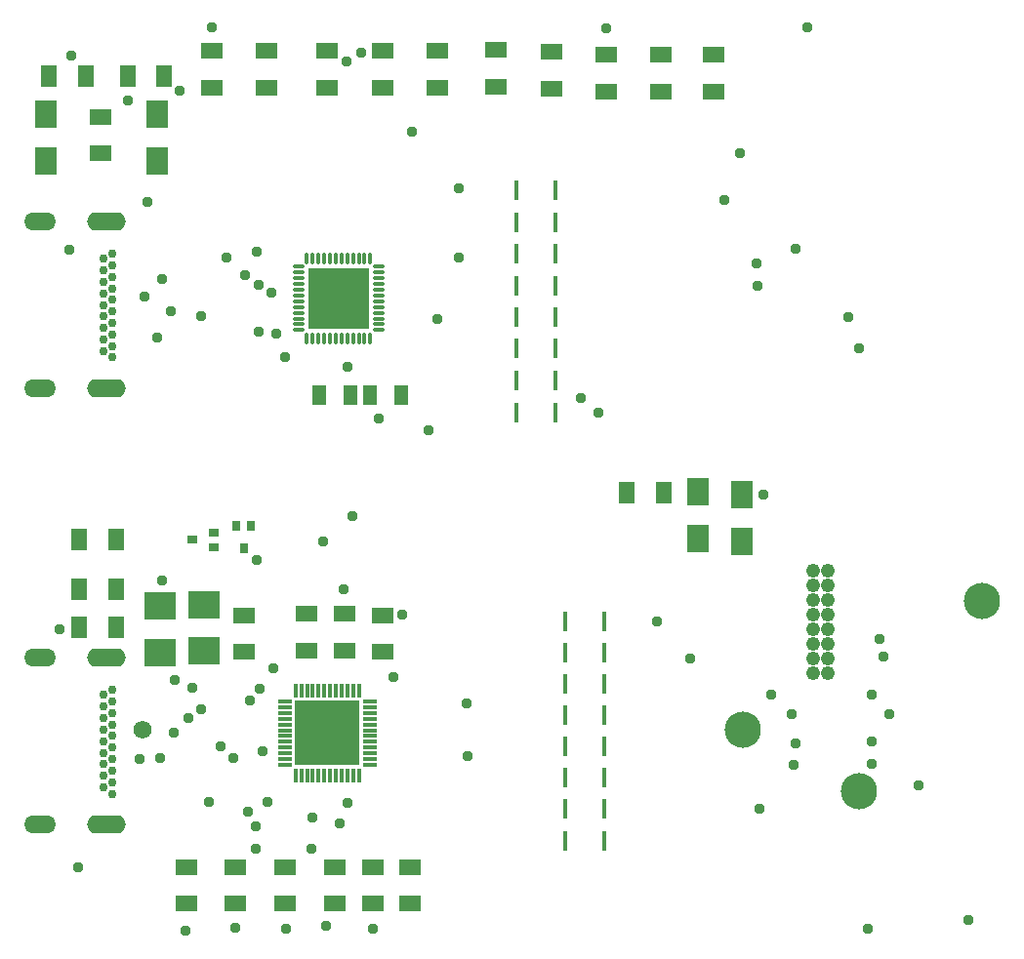
<source format=gts>
G04 Layer_Color=8388736*
%FSLAX44Y44*%
%MOMM*%
G71*
G01*
G75*
%ADD11R,1.3716X1.8542*%
%ADD12R,1.8542X1.3716*%
%ADD13R,0.4064X1.8034*%
%ADD14R,0.3048X1.2700*%
%ADD15R,1.2700X0.3048*%
%ADD16R,5.5880X5.5880*%
%ADD46R,1.1508X1.7508*%
%ADD47R,2.7508X2.4508*%
%ADD48O,1.0008X0.3808*%
%ADD49O,0.3808X1.0008*%
%ADD50R,5.2508X5.2508*%
%ADD51R,0.9508X0.7508*%
%ADD52R,0.7508X0.9508*%
%ADD53R,1.9008X2.4508*%
%ADD54C,1.2192*%
%ADD55C,3.1496*%
%ADD56O,2.7508X1.5508*%
%ADD57O,3.3528X1.5748*%
%ADD58C,0.7508*%
%ADD59C,0.7508*%
%ADD60C,1.5748*%
%ADD61C,0.9508*%
D11*
X806199Y1127760D02*
D03*
X774195D02*
D03*
X732028Y725170D02*
D03*
X764032D02*
D03*
X732028Y682110D02*
D03*
X764032D02*
D03*
X732028Y649342D02*
D03*
X764032D02*
D03*
X738124Y1127760D02*
D03*
X706120D02*
D03*
X1238971Y765810D02*
D03*
X1206967D02*
D03*
D12*
X1189196Y1146556D02*
D03*
Y1114552D02*
D03*
X1141730Y1148842D02*
D03*
X1141730Y1116838D02*
D03*
X986790Y441452D02*
D03*
Y409448D02*
D03*
X953770Y409448D02*
D03*
Y441452D02*
D03*
X910590Y409448D02*
D03*
Y441452D02*
D03*
X867410Y409448D02*
D03*
Y441452D02*
D03*
X825500Y409448D02*
D03*
Y441452D02*
D03*
X875030Y627888D02*
D03*
Y659892D02*
D03*
X995177Y627888D02*
D03*
Y659892D02*
D03*
X962409Y629158D02*
D03*
Y661162D02*
D03*
X929640Y629158D02*
D03*
Y661162D02*
D03*
X947420Y1117346D02*
D03*
Y1149350D02*
D03*
X1042988Y1117346D02*
D03*
Y1149350D02*
D03*
X995204Y1117346D02*
D03*
Y1149350D02*
D03*
X1282700Y1146302D02*
D03*
Y1114298D02*
D03*
X894715Y1117853D02*
D03*
Y1149857D02*
D03*
X1236980Y1146556D02*
D03*
Y1114552D02*
D03*
X1019558Y409448D02*
D03*
Y441452D02*
D03*
X1093629Y1150620D02*
D03*
Y1118616D02*
D03*
X750570Y1060450D02*
D03*
Y1092454D02*
D03*
X846931Y1117853D02*
D03*
Y1149857D02*
D03*
D13*
X1153922Y464297D02*
D03*
X1187958D02*
D03*
X1153922Y491477D02*
D03*
X1187958D02*
D03*
X1153922Y518658D02*
D03*
X1187958D02*
D03*
X1153922Y545838D02*
D03*
X1187958D02*
D03*
X1153922Y573019D02*
D03*
X1187958D02*
D03*
X1153922Y600200D02*
D03*
X1187958D02*
D03*
X1153922Y654560D02*
D03*
X1153922Y627380D02*
D03*
X1187958Y654560D02*
D03*
X1187958Y627380D02*
D03*
X1111250Y835276D02*
D03*
X1145286D02*
D03*
X1111250Y863727D02*
D03*
X1145286D02*
D03*
X1111250Y891667D02*
D03*
X1145286D02*
D03*
X1111250Y918848D02*
D03*
X1145286D02*
D03*
X1111250Y946028D02*
D03*
X1145286D02*
D03*
X1111250Y973209D02*
D03*
X1145286D02*
D03*
X1111250Y1028316D02*
D03*
X1145286D02*
D03*
X1111250Y1000389D02*
D03*
X1145286D02*
D03*
D14*
X974920Y594360D02*
D03*
X969920D02*
D03*
X964920D02*
D03*
X959920D02*
D03*
X954920D02*
D03*
X949920D02*
D03*
X944920D02*
D03*
X939920D02*
D03*
X934920D02*
D03*
X929920D02*
D03*
X924920D02*
D03*
X919920D02*
D03*
Y520700D02*
D03*
X924920D02*
D03*
X929920D02*
D03*
X934920D02*
D03*
X939920D02*
D03*
X944920D02*
D03*
X949920D02*
D03*
X954920D02*
D03*
X959920D02*
D03*
X964920D02*
D03*
X969920D02*
D03*
X974920D02*
D03*
D15*
X910590Y585030D02*
D03*
Y580030D02*
D03*
Y575030D02*
D03*
Y570030D02*
D03*
Y565030D02*
D03*
Y560030D02*
D03*
Y555030D02*
D03*
Y550030D02*
D03*
Y545030D02*
D03*
Y540030D02*
D03*
Y535030D02*
D03*
Y530030D02*
D03*
X984250D02*
D03*
Y535030D02*
D03*
Y540030D02*
D03*
Y545030D02*
D03*
Y550030D02*
D03*
Y555030D02*
D03*
Y560030D02*
D03*
Y565030D02*
D03*
Y570030D02*
D03*
Y575030D02*
D03*
Y580030D02*
D03*
Y585030D02*
D03*
D16*
X947420Y557530D02*
D03*
D46*
X984250Y850900D02*
D03*
X1011250D02*
D03*
X940707D02*
D03*
X967707D02*
D03*
D47*
X840740Y628970D02*
D03*
Y668970D02*
D03*
X802640Y627700D02*
D03*
Y667700D02*
D03*
D48*
X992008Y962268D02*
D03*
Y957268D02*
D03*
Y952268D02*
D03*
Y947268D02*
D03*
Y942268D02*
D03*
Y937268D02*
D03*
Y932268D02*
D03*
Y927268D02*
D03*
Y922268D02*
D03*
Y917268D02*
D03*
Y912268D02*
D03*
Y907268D02*
D03*
X922508D02*
D03*
Y912268D02*
D03*
Y917268D02*
D03*
Y922268D02*
D03*
Y927268D02*
D03*
Y932268D02*
D03*
Y937268D02*
D03*
Y942268D02*
D03*
Y947268D02*
D03*
Y952268D02*
D03*
Y957268D02*
D03*
Y962268D02*
D03*
D49*
X984758Y900018D02*
D03*
X979758D02*
D03*
X974758D02*
D03*
X969758D02*
D03*
X964758D02*
D03*
X959758D02*
D03*
X954758D02*
D03*
X949758D02*
D03*
X944758D02*
D03*
X939758D02*
D03*
X934758D02*
D03*
X929758D02*
D03*
Y969518D02*
D03*
X934758D02*
D03*
X939758D02*
D03*
X944758D02*
D03*
X949758D02*
D03*
X954758D02*
D03*
X959758D02*
D03*
X964758D02*
D03*
X969758D02*
D03*
X974758D02*
D03*
X979758D02*
D03*
X984758D02*
D03*
D50*
X957580Y934720D02*
D03*
D51*
X829970Y725170D02*
D03*
X848970Y731670D02*
D03*
Y718670D02*
D03*
D52*
X875030Y718210D02*
D03*
X868530Y737210D02*
D03*
X881530D02*
D03*
D53*
X1268730Y726760D02*
D03*
Y766760D02*
D03*
X1307251Y724220D02*
D03*
Y764220D02*
D03*
X800100Y1054420D02*
D03*
Y1094420D02*
D03*
X703580Y1054420D02*
D03*
Y1094420D02*
D03*
D54*
X1369060Y698500D02*
D03*
Y685800D02*
D03*
Y673100D02*
D03*
Y660400D02*
D03*
Y647700D02*
D03*
Y635000D02*
D03*
Y622300D02*
D03*
Y609600D02*
D03*
X1381760Y698500D02*
D03*
Y685800D02*
D03*
Y673100D02*
D03*
Y660400D02*
D03*
Y647700D02*
D03*
Y635000D02*
D03*
Y622300D02*
D03*
Y609600D02*
D03*
D55*
X1515110Y672600D02*
D03*
X1408430Y506730D02*
D03*
X1308100Y560070D02*
D03*
D56*
X698500Y1001660D02*
D03*
Y856660D02*
D03*
X698500Y623050D02*
D03*
Y478050D02*
D03*
D57*
X755650Y1001660D02*
D03*
Y856660D02*
D03*
X755650Y623050D02*
D03*
Y478050D02*
D03*
D58*
X753110Y969160D02*
D03*
Y959160D02*
D03*
Y949160D02*
D03*
Y939160D02*
D03*
Y929160D02*
D03*
Y919160D02*
D03*
Y909160D02*
D03*
X761110Y973572D02*
D03*
X761110Y963572D02*
D03*
X761110Y953572D02*
D03*
Y943572D02*
D03*
X761110Y933572D02*
D03*
X761110Y923572D02*
D03*
Y913572D02*
D03*
X753110Y590550D02*
D03*
Y580550D02*
D03*
Y570550D02*
D03*
Y560550D02*
D03*
Y550550D02*
D03*
Y540550D02*
D03*
Y530550D02*
D03*
X761110Y594962D02*
D03*
X761110Y584962D02*
D03*
X761110Y574962D02*
D03*
Y564962D02*
D03*
Y554962D02*
D03*
Y544962D02*
D03*
Y534962D02*
D03*
D59*
X753110Y899160D02*
D03*
X753110Y889160D02*
D03*
X761110Y903572D02*
D03*
X761110Y893572D02*
D03*
Y883572D02*
D03*
X753110Y520550D02*
D03*
Y510550D02*
D03*
X761110Y524962D02*
D03*
Y514962D02*
D03*
Y504962D02*
D03*
X943354Y951230D02*
D03*
X974090Y919480D02*
D03*
X972820Y952500D02*
D03*
X943610Y920750D02*
D03*
X958124Y934175D02*
D03*
X928370Y575310D02*
D03*
X948420Y570500D02*
D03*
X942340Y558800D02*
D03*
X929640Y557530D02*
D03*
X965200Y543560D02*
D03*
X954405Y558530D02*
D03*
D60*
X787400Y560070D02*
D03*
D61*
X899160Y939800D02*
D03*
X887730Y946150D02*
D03*
X886460Y975360D02*
D03*
X723900Y976630D02*
D03*
X838200Y919480D02*
D03*
X784860Y534670D02*
D03*
X889000Y595630D02*
D03*
X815340Y603250D02*
D03*
X934720Y483870D02*
D03*
X854710Y546100D02*
D03*
X866140Y535940D02*
D03*
X878840Y488950D02*
D03*
X880110Y585470D02*
D03*
X844550Y497840D02*
D03*
X895350D02*
D03*
X890960Y541902D02*
D03*
X802640Y535940D02*
D03*
X814070Y557530D02*
D03*
X826770Y570230D02*
D03*
X838200Y577850D02*
D03*
X885190Y457200D02*
D03*
Y476250D02*
D03*
X900430Y613410D02*
D03*
X715010Y647700D02*
D03*
X731520Y440690D02*
D03*
X946150Y389890D02*
D03*
X1068070Y582930D02*
D03*
X1069340Y537210D02*
D03*
X1004570Y605790D02*
D03*
X958183Y479393D02*
D03*
X965200Y496570D02*
D03*
X1460500Y511810D02*
D03*
X886492Y707422D02*
D03*
X1430020Y623570D02*
D03*
X1426210Y638810D02*
D03*
X1325880Y764540D02*
D03*
X986790Y387350D02*
D03*
X1416050D02*
D03*
X911860D02*
D03*
X824230Y386080D02*
D03*
X867410Y388620D02*
D03*
X933450Y457200D02*
D03*
X1322057Y491477D02*
D03*
X811530Y923290D02*
D03*
X902970Y904240D02*
D03*
X887730Y905735D02*
D03*
X910590Y883920D02*
D03*
X859790Y970280D02*
D03*
X1351915Y530225D02*
D03*
X1419860Y530860D02*
D03*
X1353820Y548640D02*
D03*
X1419860Y549910D02*
D03*
X1332230Y590550D02*
D03*
X1419860D02*
D03*
X1350010Y574040D02*
D03*
X1435100D02*
D03*
X1182370Y835660D02*
D03*
X1167130Y848360D02*
D03*
X1262380Y622300D02*
D03*
X1233170Y654050D02*
D03*
X1353820Y977900D02*
D03*
X1319711Y965200D02*
D03*
X1320678Y946028D02*
D03*
X1399083Y918848D02*
D03*
X1408303Y891667D02*
D03*
X1503680Y394970D02*
D03*
X847090Y1169670D02*
D03*
X1189196Y1169194D02*
D03*
X800100Y900430D02*
D03*
X819150Y1114809D02*
D03*
X803910Y689610D02*
D03*
X725170Y1145540D02*
D03*
X774195Y1106935D02*
D03*
X791210Y1018540D02*
D03*
X961390Y681990D02*
D03*
X943610Y723900D02*
D03*
X1061720Y970280D02*
D03*
X1042670Y916940D02*
D03*
X1021080Y1079500D02*
D03*
X1012190Y660400D02*
D03*
X1061720Y1029970D02*
D03*
X1363980Y1169670D02*
D03*
X1305560Y1060450D02*
D03*
X1291590Y1019810D02*
D03*
X788670Y935990D02*
D03*
X803910Y951230D02*
D03*
X1035050Y820420D02*
D03*
X991870Y830580D02*
D03*
X965200Y875030D02*
D03*
X976630Y1148080D02*
D03*
X963930Y1140460D02*
D03*
X876300Y955040D02*
D03*
X830580Y596900D02*
D03*
X969010Y745490D02*
D03*
M02*

</source>
